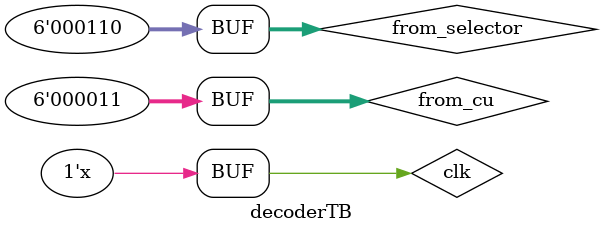
<source format=v>
`timescale 1ns / 1ps

module decoderTB; 
   reg clk;
    reg [5:0] from_cu;
    reg [5:0] from_selector;
   wire [0:0] out_AR;
    wire [0:0] out_PC;
   wire [0:0] out_MIDR;
    wire  [0:0] out_MDDR_BUS;
    wire  [0:0] out_MDDR_IM;
    wire  [0:0] out_MDDR_DM;
   wire [0:0] out_BASE;
   wire  [0:0] out_I;
    wire  [0:0] out_I_Ref;
   wire  [0:0] out_Base_A;
    wire  [0:0] out_J;
   wire [0:0] out_J_Ref;
   wire  [0:0] out_Base_B;
    wire  [0:0] out_K;
    wire  [0:0] out_K_Ref;
    wire  [0:0] out_P;
   wire  [0:0] out_R;
    parameter clk_period = 10;

    decoder decoder (
        clk,
from_cu,
from_selector,
out_AR,
out_PC,
out_MIDR,
out_MDDR_BUS,
out_MDDR_IM,
out_MDDR_DM,
out_BASE,
out_I,
out_I_Ref,
out_Base_A,
out_J,
out_J_Ref,
out_Base_B,
out_K,
out_K_Ref,
out_P,
out_R
    );

    initial 
    begin
       clk = 0; 
    end
    
    always
        #(clk_period/2)
        clk = ~clk;
    
    initial
        begin
            from_cu=5'd1 ; from_selector=5'd0;
            #(clk_period);
            from_cu=5'd18 ; from_selector=5'd0;
            #(clk_period);
            from_cu=5'd3 ; from_selector=5'd0;
            #(clk_period);
            from_cu=5'd3 ; from_selector=5'd6;
            #(clk_period);
        end
endmodule

</source>
